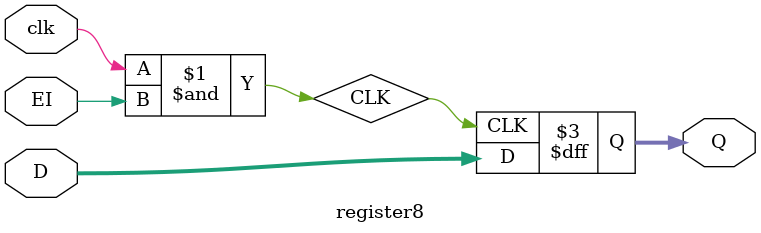
<source format=v>
`timescale 1ns/1ps
module register8(input clk, input [7:0] D, input EI, output reg [7:0] Q);
wire CLK;
assign CLK=(clk & EI);
always @(posedge CLK)
begin
    Q <= D;
end
endmodule
</source>
